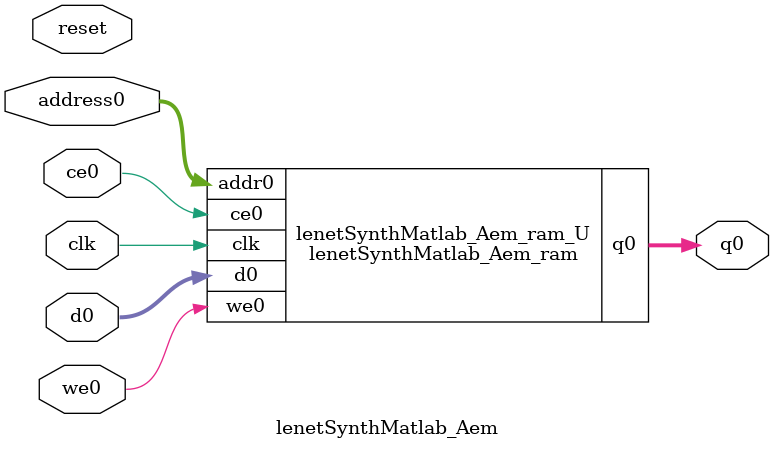
<source format=v>

`timescale 1 ns / 1 ps
module lenetSynthMatlab_Aem_ram (addr0, ce0, d0, we0, q0,  clk);

parameter DWIDTH = 32;
parameter AWIDTH = 4;
parameter MEM_SIZE = 16;

input[AWIDTH-1:0] addr0;
input ce0;
input[DWIDTH-1:0] d0;
input we0;
output reg[DWIDTH-1:0] q0;
input clk;

(* ram_style = "distributed" *)reg [DWIDTH-1:0] ram[0:MEM_SIZE-1];




always @(posedge clk)  
begin 
    if (ce0) 
    begin
        if (we0) 
        begin 
            ram[addr0] <= d0; 
            q0 <= d0;
        end 
        else 
            q0 <= ram[addr0];
    end
end


endmodule


`timescale 1 ns / 1 ps
module lenetSynthMatlab_Aem(
    reset,
    clk,
    address0,
    ce0,
    we0,
    d0,
    q0);

parameter DataWidth = 32'd32;
parameter AddressRange = 32'd16;
parameter AddressWidth = 32'd4;
input reset;
input clk;
input[AddressWidth - 1:0] address0;
input ce0;
input we0;
input[DataWidth - 1:0] d0;
output[DataWidth - 1:0] q0;



lenetSynthMatlab_Aem_ram lenetSynthMatlab_Aem_ram_U(
    .clk( clk ),
    .addr0( address0 ),
    .ce0( ce0 ),
    .we0( we0 ),
    .d0( d0 ),
    .q0( q0 ));

endmodule


</source>
